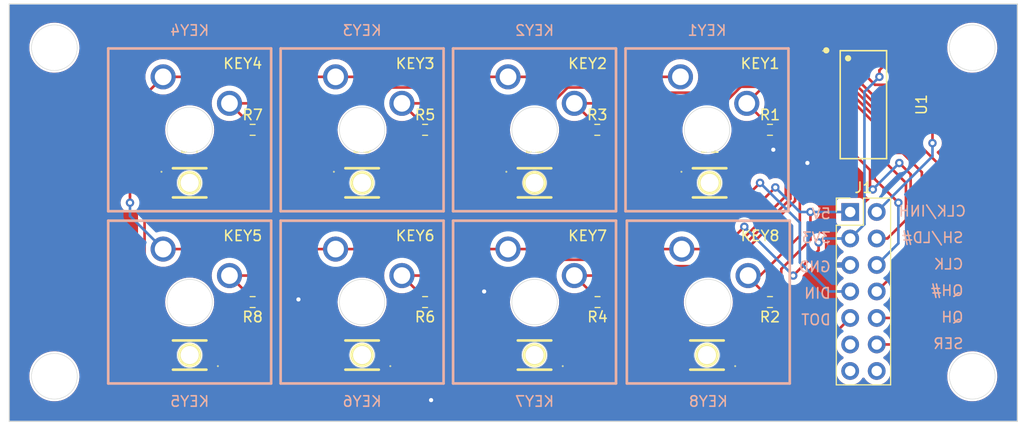
<source format=kicad_pcb>
(kicad_pcb (version 20221018) (generator pcbnew)
  (layers (0 "F.Cu" signal) (31 "B.Cu" signal) (34 "B.Paste" user) (35 "F.Paste" user) (36 "B.SilkS" user "B.Silkscreen") (37 "F.SilkS" user "F.Silkscreen") (38 "B.Mask" user) (39 "F.Mask" user) (44 "Edge.Cuts" user))
  (net 0 "")
  (net 1 "Net-(D1-DOUT)")
  (net 2 "GND")
  (net 3 "Net-(D1-DIN)")
  (net 4 "+5V")
  (net 5 "Net-(D2-DOUT)")
  (net 6 "Net-(D3-DOUT)")
  (net 7 "Net-(D5-DOUT)")
  (net 8 "Net-(J1-Pin_2)")
  (net 9 "+3V3")
  (net 10 "Net-(J1-Pin_4)")
  (net 11 "Net-(J1-Pin_6)")
  (net 12 "Net-(J1-Pin_8)")
  (net 13 "Net-(J1-Pin_10)")
  (net 15 "Net-(J1-Pin_12)")
  (net 18 "Net-(U1-A)")
  (net 19 "Net-(U1-H)")
  (net 20 "Net-(U1-B)")
  (net 21 "Net-(U1-G)")
  (net 22 "Net-(U1-F)")
  (net 23 "Net-(U1-C)")
  (net 24 "Net-(U1-E)")
  (net 25 "Net-(U1-D)")
  (net 26 "Net-(D4-DOUT)")
  (net 27 "Net-(D6-DOUT)")
  (net 28 "Net-(D7-DOUT)")
  (net 29 "Net-(D8-DOUT)")
  (footprint "MountingHole:MountingHole_4.3mm_M4_ISO14580" (layer "F.Cu") (at 201.93 75.692)
    (fp_text reference "REF**" hide)
    (fp_text value "MountingHole_4.3mm_M4_ISO14580" hide)
    (fp_circle (center 0 0) (end 2.1844 0.0508) (stroke (width 0.05)) (fill none) (layer "Edge.Cuts"))
    (pad "" np_thru_hole circle (at 0 0) (size 4.3 4.3) (drill 4.3) (layers "*.Cu" "*.Mask"))
  )
  (footprint "Connector_PinHeader_2.54mm:PinHeader_2x07_P2.54mm_Vertical" (layer "F.Cu") (at 190.241 59.944)
    (fp_text reference "J1" (at 1.27 -2.33) (layer "F.SilkS"))
    (fp_text value "Conn_02x07_Odd_Even" hide)
    (pad "1" thru_hole rect (at 0 0) (size 1.7 1.7) (drill 1) (layers "*.Cu" "*.Mask") (net 4 "+5V"))
    (pad "2" thru_hole oval (at 2.54 0) (size 1.7 1.7) (drill 1) (layers "*.Cu" "*.Mask") (net 8 "Net-(J1-Pin_2)"))
    (pad "3" thru_hole oval (at 0 2.54) (size 1.7 1.7) (drill 1) (layers "*.Cu" "*.Mask") (net 9 "+3V3"))
    (pad "4" thru_hole oval (at 2.54 2.54) (size 1.7 1.7) (drill 1) (layers "*.Cu" "*.Mask") (net 10 "Net-(J1-Pin_4)"))
    (pad "5" thru_hole oval (at 0 5.08) (size 1.7 1.7) (drill 1) (layers "*.Cu" "*.Mask") (net 2 "GND"))
    (pad "6" thru_hole oval (at 2.54 5.08) (size 1.7 1.7) (drill 1) (layers "*.Cu" "*.Mask") (net 11 "Net-(J1-Pin_6)"))
    (pad "7" thru_hole oval (at 0 7.62) (size 1.7 1.7) (drill 1) (layers "*.Cu" "*.Mask") (net 3 "Net-(D1-DIN)"))
    (pad "8" thru_hole oval (at 2.54 7.62) (size 1.7 1.7) (drill 1) (layers "*.Cu" "*.Mask") (net 12 "Net-(J1-Pin_8)"))
    (pad "9" thru_hole oval (at 0 10.16) (size 1.7 1.7) (drill 1) (layers "*.Cu" "*.Mask") (net 29 "Net-(D8-DOUT)"))
    (pad "10" thru_hole oval (at 2.54 10.16) (size 1.7 1.7) (drill 1) (layers "*.Cu" "*.Mask") (net 13 "Net-(J1-Pin_10)"))
    (pad "11" thru_hole oval (at 0 12.7) (size 1.7 1.7) (drill 1) (layers "*.Cu" "*.Mask"))
    (pad "12" thru_hole oval (at 2.54 12.7) (size 1.7 1.7) (drill 1) (layers "*.Cu" "*.Mask") (net 15 "Net-(J1-Pin_12)"))
    (pad "13" thru_hole oval (at 0 15.24) (size 1.7 1.7) (drill 1) (layers "*.Cu" "*.Mask"))
    (pad "14" thru_hole oval (at 2.54 15.24) (size 1.7 1.7) (drill 1) (layers "*.Cu" "*.Mask"))
  )
  (footprint "Resistor_SMD:R_0603_1608Metric" (layer "F.Cu") (at 182.56 68.58 180)
    (fp_text reference "R2" (at 0 -1.43 180) (layer "F.SilkS"))
    (fp_text value "10k")
    (pad "1" smd roundrect (at -0.825 0 180) (size 0.8 0.95) (layers "F.Cu" "F.Paste" "F.Mask") (net 2 "GND"))
    (pad "2" smd roundrect (at 0.825 0 180) (size 0.8 0.95) (layers "F.Cu" "F.Paste" "F.Mask") (net 19 "Net-(U1-H)"))
  )
  (footprint "footprint:LED-SMD_4P-L3.2-W2.8_SK6812MINI-EA" (layer "F.Cu") (at 176.53 73.66 180)
    (fp_text reference "D8" hide)
    (fp_text value "SK6812MINI" hide)
    (fp_circle (center 0 0) (end 0.91969 -0.794277) (stroke (width 0.05)) (fill none) (layer "Edge.Cuts"))
    (pad "1" smd rect (at -2.5 0.750064 270) (size 0.81999 1.2) (layers "F.Cu" "F.Paste" "F.Mask") (net 4 "+5V"))
    (pad "2" smd rect (at -2.5 -0.750064 270) (size 0.81999 1.2) (layers "F.Cu" "F.Paste" "F.Mask") (net 29 "Net-(D8-DOUT)"))
    (pad "3" smd rect (at 2.5 -0.750064 270) (size 0.81999 1.2) (layers "F.Cu" "F.Paste" "F.Mask") (net 2 "GND"))
    (pad "4" smd rect (at 2.5 0.750064 270) (size 0.81999 1.2) (layers "F.Cu" "F.Paste" "F.Mask") (net 28 "Net-(D7-DOUT)"))
  )
  (footprint "Resistor_SMD:R_0603_1608Metric" (layer "F.Cu") (at 166.025 52.07)
    (fp_text reference "R3" (at 0 -1.43) (layer "F.SilkS"))
    (fp_text value "10k")
    (pad "1" smd roundrect (at -0.825 0) (size 0.8 0.95) (layers "F.Cu" "F.Paste" "F.Mask") (net 20 "Net-(U1-B)"))
    (pad "2" smd roundrect (at 0.825 0) (size 0.8 0.95) (layers "F.Cu" "F.Paste" "F.Mask") (net 2 "GND"))
  )
  (footprint "Resistor_SMD:R_0603_1608Metric" (layer "F.Cu") (at 133.03 68.58 180)
    (fp_text reference "R8" (at 0 -1.43 180) (layer "F.SilkS"))
    (fp_text value "10k")
    (pad "1" smd roundrect (at -0.825 0 180) (size 0.8 0.95) (layers "F.Cu" "F.Paste" "F.Mask") (net 2 "GND"))
    (pad "2" smd roundrect (at 0.825 0 180) (size 0.8 0.95) (layers "F.Cu" "F.Paste" "F.Mask") (net 24 "Net-(U1-E)"))
  )
  (footprint "footprint:LED-SMD_4P-L3.2-W2.8_SK6812MINI-EA" (layer "F.Cu") (at 160.02 73.66 180)
    (fp_text reference "D7" hide)
    (fp_text value "SK6812MINI" hide)
    (fp_circle (center 0 0) (end 0.91969 -0.794277) (stroke (width 0.05)) (fill none) (layer "Edge.Cuts"))
    (pad "1" smd rect (at -2.5 0.750064 270) (size 0.81999 1.2) (layers "F.Cu" "F.Paste" "F.Mask") (net 4 "+5V"))
    (pad "2" smd rect (at -2.5 -0.750064 270) (size 0.81999 1.2) (layers "F.Cu" "F.Paste" "F.Mask") (net 28 "Net-(D7-DOUT)"))
    (pad "3" smd rect (at 2.5 -0.750064 270) (size 0.81999 1.2) (layers "F.Cu" "F.Paste" "F.Mask") (net 2 "GND"))
    (pad "4" smd rect (at 2.5 0.750064 270) (size 0.81999 1.2) (layers "F.Cu" "F.Paste" "F.Mask") (net 27 "Net-(D6-DOUT)"))
  )
  (footprint "footprint:LED-SMD_4P-L3.2-W2.8_SK6812MINI-EA" (layer "F.Cu") (at 127 57.15)
    (fp_text reference "D4" (at 0 -3.400076) (layer "F.SilkS"))
    (fp_text value "SK6812MINI" hide)
    (fp_circle (center 0 0) (end 0.91969 -0.794277) (stroke (width 0.05)) (fill none) (layer "Edge.Cuts"))
    (pad "1" smd rect (at -2.5 0.750064 90) (size 0.81999 1.2) (layers "F.Cu" "F.Paste" "F.Mask") (net 4 "+5V"))
    (pad "2" smd rect (at -2.5 -0.750064 90) (size 0.81999 1.2) (layers "F.Cu" "F.Paste" "F.Mask") (net 26 "Net-(D4-DOUT)"))
    (pad "3" smd rect (at 2.5 -0.750064 90) (size 0.81999 1.2) (layers "F.Cu" "F.Paste" "F.Mask") (net 2 "GND"))
    (pad "4" smd rect (at 2.5 0.750064 90) (size 0.81999 1.2) (layers "F.Cu" "F.Paste" "F.Mask") (net 6 "Net-(D3-DOUT)"))
  )
  (footprint "footprint:LED-SMD_4P-L3.2-W2.8_SK6812MINI-EA" (layer "F.Cu") (at 143.51 73.66 180)
    (fp_text reference "D6" hide)
    (fp_text value "SK6812MINI" hide)
    (fp_circle (center 0 0) (end 0.91969 -0.794277) (stroke (width 0.05)) (fill none) (layer "Edge.Cuts"))
    (pad "1" smd rect (at -2.5 0.750064 270) (size 0.81999 1.2) (layers "F.Cu" "F.Paste" "F.Mask") (net 4 "+5V"))
    (pad "2" smd rect (at -2.5 -0.750064 270) (size 0.81999 1.2) (layers "F.Cu" "F.Paste" "F.Mask") (net 27 "Net-(D6-DOUT)"))
    (pad "3" smd rect (at 2.5 -0.750064 270) (size 0.81999 1.2) (layers "F.Cu" "F.Paste" "F.Mask") (net 2 "GND"))
    (pad "4" smd rect (at 2.5 0.750064 270) (size 0.81999 1.2) (layers "F.Cu" "F.Paste" "F.Mask") (net 7 "Net-(D5-DOUT)"))
  )
  (footprint "Resistor_SMD:R_0603_1608Metric" (layer "F.Cu") (at 133.03 52.07)
    (fp_text reference "R7" (at 0 -1.43) (layer "F.SilkS"))
    (fp_text value "10k")
    (pad "1" smd roundrect (at -0.825 0) (size 0.8 0.95) (layers "F.Cu" "F.Paste" "F.Mask") (net 25 "Net-(U1-D)"))
    (pad "2" smd roundrect (at 0.825 0) (size 0.8 0.95) (layers "F.Cu" "F.Paste" "F.Mask") (net 2 "GND"))
  )
  (footprint "Resistor_SMD:R_0603_1608Metric" (layer "F.Cu") (at 149.54 52.07)
    (fp_text reference "R5" (at 0 -1.43) (layer "F.SilkS"))
    (fp_text value "10k")
    (pad "1" smd roundrect (at -0.825 0) (size 0.8 0.95) (layers "F.Cu" "F.Paste" "F.Mask") (net 23 "Net-(U1-C)"))
    (pad "2" smd roundrect (at 0.825 0) (size 0.8 0.95) (layers "F.Cu" "F.Paste" "F.Mask") (net 2 "GND"))
  )
  (footprint "Resistor_SMD:R_0603_1608Metric" (layer "F.Cu") (at 149.54 68.58 180)
    (fp_text reference "R6" (at 0 -1.43 180) (layer "F.SilkS"))
    (fp_text value "10k")
    (pad "1" smd roundrect (at -0.825 0 180) (size 0.8 0.95) (layers "F.Cu" "F.Paste" "F.Mask") (net 2 "GND"))
    (pad "2" smd roundrect (at 0.825 0 180) (size 0.8 0.95) (layers "F.Cu" "F.Paste" "F.Mask") (net 22 "Net-(U1-F)"))
  )
  (footprint "footprint:LED-SMD_4P-L3.2-W2.8_SK6812MINI-EA" (layer "F.Cu") (at 176.784 57.15)
    (fp_text reference "D1" (at 0 -3.400076) (layer "F.SilkS"))
    (fp_text value "SK6812MINI" hide)
    (fp_circle (center 0 0) (end 0.91969 -0.794277) (stroke (width 0.05)) (fill none) (layer "Edge.Cuts"))
    (pad "1" smd rect (at -2.5 0.750064 90) (size 0.81999 1.2) (layers "F.Cu" "F.Paste" "F.Mask") (net 4 "+5V"))
    (pad "2" smd rect (at -2.5 -0.750064 90) (size 0.81999 1.2) (layers "F.Cu" "F.Paste" "F.Mask") (net 1 "Net-(D1-DOUT)"))
    (pad "3" smd rect (at 2.5 -0.750064 90) (size 0.81999 1.2) (layers "F.Cu" "F.Paste" "F.Mask") (net 2 "GND"))
    (pad "4" smd rect (at 2.5 0.750064 90) (size 0.81999 1.2) (layers "F.Cu" "F.Paste" "F.Mask") (net 3 "Net-(D1-DIN)"))
  )
  (footprint "footprint:LED-SMD_4P-L3.2-W2.8_SK6812MINI-EA" (layer "F.Cu") (at 160.02 57.15)
    (fp_text reference "D2" (at 0 -3.400076) (layer "F.SilkS"))
    (fp_text value "SK6812MINI" hide)
    (fp_circle (center 0 0) (end 0.863951 -0.787399) (stroke (width 0.05)) (fill none) (layer "Edge.Cuts"))
    (pad "1" smd rect (at -2.5 0.750064 90) (size 0.81999 1.2) (layers "F.Cu" "F.Paste" "F.Mask") (net 4 "+5V"))
    (pad "2" smd rect (at -2.5 -0.750064 90) (size 0.81999 1.2) (layers "F.Cu" "F.Paste" "F.Mask") (net 5 "Net-(D2-DOUT)"))
    (pad "3" smd rect (at 2.5 -0.750064 90) (size 0.81999 1.2) (layers "F.Cu" "F.Paste" "F.Mask") (net 2 "GND"))
    (pad "4" smd rect (at 2.5 0.750064 90) (size 0.81999 1.2) (layers "F.Cu" "F.Paste" "F.Mask") (net 1 "Net-(D1-DOUT)"))
  )
  (footprint "Resistor_SMD:R_0603_1608Metric" (layer "F.Cu") (at 182.56 52.07)
    (fp_text reference "R1" (at 0 -1.43) (layer "F.SilkS"))
    (fp_text value "10k")
    (pad "1" smd roundrect (at -0.825 0) (size 0.8 0.95) (layers "F.Cu" "F.Paste" "F.Mask") (net 18 "Net-(U1-A)"))
    (pad "2" smd roundrect (at 0.825 0) (size 0.8 0.95) (layers "F.Cu" "F.Paste" "F.Mask") (net 2 "GND"))
  )
  (footprint "MountingHole:MountingHole_4.3mm_M4_ISO14580" (layer "F.Cu") (at 114.046 44.196)
    (fp_text reference "REF**" hide)
    (fp_text value "MountingHole_4.3mm_M4_ISO14580" hide)
    (fp_circle (center 0 0) (end 2.1844 0.0508) (stroke (width 0.05)) (fill none) (layer "Edge.Cuts"))
    (pad "" np_thru_hole circle (at 0 0) (size 4.3 4.3) (drill 4.3) (layers "*.Cu" "*.Mask"))
  )
  (footprint "MountingHole:MountingHole_4.3mm_M4_ISO14580" (layer "F.Cu") (at 114.046 75.692)
    (fp_text reference "REF**" hide)
    (fp_text value "MountingHole_4.3mm_M4_ISO14580" hide)
    (fp_circle (center 0 0) (end 2.1844 0.0508) (stroke (width 0.05)) (fill none) (layer "Edge.Cuts"))
    (pad "" np_thru_hole circle (at 0 0) (size 4.3 4.3) (drill 4.3) (layers "*.Cu" "*.Mask"))
  )
  (footprint "Resistor_SMD:R_0603_1608Metric" (layer "F.Cu") (at 166.05 68.58 180)
    (fp_text reference "R4" (at 0 -1.43 180) (layer "F.SilkS"))
    (fp_text value "10k")
    (pad "1" smd roundrect (at -0.825 0 180) (size 0.8 0.95) (layers "F.Cu" "F.Paste" "F.Mask") (net 2 "GND"))
    (pad "2" smd roundrect (at 0.825 0 180) (size 0.8 0.95) (layers "F.Cu" "F.Paste" "F.Mask") (net 21 "Net-(U1-G)"))
  )
  (footprint "footprint:LED-SMD_4P-L3.2-W2.8_SK6812MINI-EA" (layer "F.Cu") (at 127 73.66 180)
    (fp_text reference "D5" hide)
    (fp_text value "SK6812MINI" hide)
    (fp_circle (center 0 0) (end 0.91969 -0.794277) (stroke (width 0.05)) (fill none) (layer "Edge.Cuts"))
    (pad "1" smd rect (at -2.5 0.750064 270) (size 0.81999 1.2) (layers "F.Cu" "F.Paste" "F.Mask") (net 4 "+5V"))
    (pad "2" smd rect (at -2.5 -0.750064 270) (size 0.81999 1.2) (layers "F.Cu" "F.Paste" "F.Mask") (net 7 "Net-(D5-DOUT)"))
    (pad "3" smd rect (at 2.5 -0.750064 270) (size 0.81999 1.2) (layers "F.Cu" "F.Paste" "F.Mask") (net 2 "GND"))
    (pad "4" smd rect (at 2.5 0.750064 270) (size 0.81999 1.2) (layers "F.Cu" "F.Paste" "F.Mask") (net 26 "Net-(D4-DOUT)"))
  )
  (footprint "footprint:SOP-16_L10.3-W5.4-P1.27-LS7.8-BL" (layer "F.Cu") (at 191.506595 49.657009 -90)
    (fp_text reference "U1" (at 0 -5.565405 90) (layer "F.SilkS"))
    (fp_text value "SN74HC165NSR")
    (pad "1" smd oval (at -4.445009 3.565405 270) (size 0.602007 2.231013) (layers "F.Cu" "F.Paste" "F.Mask") (net 10 "Net-(J1-Pin_4)"))
    (pad "2" smd oval (at -3.175006 3.565405 270) (size 0.602007 2.231013) (layers "F.Cu" "F.Paste" "F.Mask") (net 11 "Net-(J1-Pin_6)"))
    (pad "3" smd oval (at -1.905004 3.565405 270) (size 0.602007 2.231013) (layers "F.Cu" "F.Paste" "F.Mask") (net 24 "Net-(U1-E)"))
    (pad "4" smd oval (at -0.635001 3.565405 270) (size 0.602007 2.231013) (layers "F.Cu" "F.Paste" "F.Mask") (net 22 "Net-(U1-F)"))
    (pad "5" smd oval (at 0.635001 3.565405 270) (size 0.602007 2.231013) (layers "F.Cu" "F.Paste" "F.Mask") (net 21 "Net-(U1-G)"))
    (pad "6" smd oval (at 1.905004 3.565405 270) (size 0.602007 2.231013) (layers "F.Cu" "F.Paste" "F.Mask") (net 19 "Net-(U1-H)"))
    (pad "7" smd oval (at 3.175006 3.565405 270) (size 0.602007 2.231013) (layers "F.Cu" "F.Paste" "F.Mask") (net 12 "Net-(J1-Pin_8)"))
    (pad "8" smd oval (at 4.445009 3.565405 270) (size 0.602007 2.231013) (layers "F.Cu" "F.Paste" "F.Mask") (net 2 "GND"))
    (pad "9" smd oval (at 4.445009 -3.565405 270) (size 0.602007 2.231013) (layers "F.Cu" "F.Paste" "F.Mask") (net 13 "Net-(J1-Pin_10)"))
    (pad "10" smd oval (at 3.175006 -3.565405 270) (size 0.602007 2.231013) (layers "F.Cu" "F.Paste" "F.Mask") (net 15 "Net-(J1-Pin_12)"))
    (pad "11" smd oval (at 1.905004 -3.565405 270) (size 0.602007 2.231013) (layers "F.Cu" "F.Paste" "F.Mask") (net 18 "Net-(U1-A)"))
    (pad "12" smd oval (at 0.635001 -3.565405 270) (size 0.602007 2.231013) (layers "F.Cu" "F.Paste" "F.Mask") (net 20 "Net-(U1-B)"))
    (pad "13" smd oval (at -0.635001 -3.565405 270) (size 0.602007 2.231013) (layers "F.Cu" "F.Paste" "F.Mask") (net 23 "Net-(U1-C)"))
    (pad "14" smd oval (at -1.905004 -3.565405 270) (size 0.602007 2.231013) (layers "F.Cu" "F.Paste" "F.Mask") (net 25 "Net-(U1-D)"))
    (pad "15" smd oval (at -3.175006 -3.565405 270) (size 0.602007 2.231013) (layers "F.Cu" "F.Paste" "F.Mask") (net 8 "Net-(J1-Pin_2)"))
    (pad "16" smd oval (at -4.445009 -3.565405 270) (size 0.602007 2.231013) (layers "F.Cu" "F.Paste" "F.Mask") (net 9 "+3V3"))
  )
  (footprint "footprint:LED-SMD_4P-L3.2-W2.8_SK6812MINI-EA" (layer "F.Cu") (at 143.51 57.15)
    (fp_text reference "D3" (at 0 -3.400076) (layer "F.SilkS"))
    (fp_text value "SK6812MINI" hide)
    (fp_circle (center 0 0) (end 0.91969 -0.794277) (stroke (width 0.05)) (fill none) (layer "Edge.Cuts"))
    (pad "1" smd rect (at -2.5 0.750064 90) (size 0.81999 1.2) (layers "F.Cu" "F.Paste" "F.Mask") (net 4 "+5V"))
    (pad "2" smd rect (at -2.5 -0.750064 90) (size 0.81999 1.2) (layers "F.Cu" "F.Paste" "F.Mask") (net 6 "Net-(D3-DOUT)"))
    (pad "3" smd rect (at 2.5 -0.750064 90) (size 0.81999 1.2) (layers "F.Cu" "F.Paste" "F.Mask") (net 2 "GND"))
    (pad "4" smd rect (at 2.5 0.750064 90) (size 0.81999 1.2) (layers "F.Cu" "F.Paste" "F.Mask") (net 5 "Net-(D2-DOUT)"))
  )
  (footprint "MountingHole:MountingHole_4.3mm_M4_ISO14580" (layer "F.Cu") (at 201.93 44.196)
    (fp_text reference "REF**" hide)
    (fp_text value "MountingHole_4.3mm_M4_ISO14580" hide)
    (fp_circle (center 0 0) (end 2.1844 0.0508) (stroke (width 0.05)) (fill none) (layer "Edge.Cuts"))
    (pad "" np_thru_hole circle (at 0 0) (size 4.3 4.3) (drill 4.3) (layers "*.Cu" "*.Mask"))
  )
  (footprint "footprint:KEY-TH_CPG151101D21X" (layer "B.Cu") (at 177.165001 48.259992 180)
    (fp_text reference "KEY1" (at 0.635001 5.714992) (layer "B.SilkS") (effects (justify mirror)))
    (fp_text value "CPG151101D212" hide)
    (fp_circle (center 0.632165 -3.81) (end 2.0828 -2.1844) (stroke (width 0.05)) (fill none) (layer "Edge.Cuts"))
    (pad "" np_thru_hole circle (at 0.635001 -3.810008 180) (size 4.2 4.2) (drill 4.2) (layers "*.Cu" "*.Mask"))
    (pad "1" thru_hole circle (at -3.175006 -1.270003 180) (size 2.4 2.4) (drill 1.6) (layers "*.Cu" "*.Mask") (net 18 "Net-(U1-A)"))
    (pad "2" thru_hole circle (at 3.175006 1.270003 180) (size 2.4 2.4) (drill 1.6) (layers "*.Cu" "*.Mask") (net 9 "+3V3"))
  )
  (footprint "footprint:KEY-TH_CPG151101D21X" (layer "B.Cu") (at 177.292 64.77 180)
    (fp_text reference "KEY8" (at 0.634994 -13.335003) (layer "B.SilkS") (effects (justify mirror)))
    (fp_text value "CPG151101D212" hide)
    (fp_circle (center 0.632165 -3.81) (end 2.0828 -2.1844) (stroke (width 0.05)) (fill none) (layer "Edge.Cuts"))
    (pad "" np_thru_hole circle (at 0.635001 -3.810008 180) (size 4.2 4.2) (drill 4.2) (layers "*.Cu" "*.Mask"))
    (pad "1" thru_hole circle (at -3.175006 -1.270003 180) (size 2.4 2.4) (drill 1.6) (layers "*.Cu" "*.Mask") (net 19 "Net-(U1-H)"))
    (pad "2" thru_hole circle (at 3.175006 1.270003 180) (size 2.4 2.4) (drill 1.6) (layers "*.Cu" "*.Mask") (net 9 "+3V3"))
  )
  (footprint "footprint:KEY-TH_CPG151101D21X" (layer "B.Cu") (at 144.145001 48.259992 180)
    (fp_text reference "KEY3" (at 0.635001 5.714992) (layer "B.SilkS") (effects (justify mirror)))
    (fp_text value "CPG151101D212" hide)
    (fp_circle (center 0.632165 -3.81) (end 2.0828 -2.1844) (stroke (width 0.05)) (fill none) (layer "Edge.Cuts"))
    (pad "" np_thru_hole circle (at 0.635001 -3.810008 180) (size 4.2 4.2) (drill 4.2) (layers "*.Cu" "*.Mask"))
    (pad "1" thru_hole circle (at -3.175006 -1.270003 180) (size 2.4 2.4) (drill 1.6) (layers "*.Cu" "*.Mask") (net 23 "Net-(U1-C)"))
    (pad "2" thru_hole circle (at 3.175006 1.270003 180) (size 2.4 2.4) (drill 1.6) (layers "*.Cu" "*.Mask") (net 9 "+3V3"))
  )
  (footprint "footprint:KEY-TH_CPG151101D21X" (layer "B.Cu") (at 160.654994 64.769997 180)
    (fp_text reference "KEY7" (at 0.634994 -13.335003) (layer "B.SilkS") (effects (justify mirror)))
    (fp_text value "CPG151101D212" hide)
    (fp_circle (center 0.632165 -3.81) (end 2.0828 -2.1844) (stroke (width 0.05)) (fill none) (layer "Edge.Cuts"))
    (pad "" np_thru_hole circle (at 0.635001 -3.810008 180) (size 4.2 4.2) (drill 4.2) (layers "*.Cu" "*.Mask"))
    (pad "1" thru_hole circle (at -3.175006 -1.270003 180) (size 2.4 2.4) (drill 1.6) (layers "*.Cu" "*.Mask") (net 21 "Net-(U1-G)"))
    (pad "2" thru_hole circle (at 3.175006 1.270003 180) (size 2.4 2.4) (drill 1.6) (layers "*.Cu" "*.Mask") (net 9 "+3V3"))
  )
  (footprint "footprint:KEY-TH_CPG151101D21X" (layer "B.Cu") (at 127.634994 64.769997 180)
    (fp_text reference "KEY5" (at 0.634994 -13.335003) (layer "B.SilkS") (effects (justify mirror)))
    (fp_text value "CPG151101D212" hide)
    (fp_circle (center 0.632165 -3.81) (end 2.0828 -2.1844) (stroke (width 0.05)) (fill none) (layer "Edge.Cuts"))
    (pad "" np_thru_hole circle (at 0.635001 -3.810008 180) (size 4.2 4.2) (drill 4.2) (layers "*.Cu" "*.Mask"))
    (pad "1" thru_hole circle (at -3.175006 -1.270003 180) (size 2.4 2.4) (drill 1.6) (layers "*.Cu" "*.Mask") (net 24 "Net-(U1-E)"))
    (pad "2" thru_hole circle (at 3.175006 1.270003 180) (size 2.4 2.4) (drill 1.6) (layers "*.Cu" "*.Mask") (net 9 "+3V3"))
  )
  (footprint "footprint:KEY-TH_CPG151101D21X" (layer "B.Cu") (at 127.634994 48.259997 180)
    (fp_text reference "KEY4" (at 0.635001 5.714997) (layer "B.SilkS") (effects (justify mirror)))
    (fp_text value "CPG151101D212" hide)
    (fp_circle (center 0.632165 -3.81) (end 2.0828 -2.1844) (stroke (width 0.05)) (fill none) (layer "Edge.Cuts"))
    (pad "" np_thru_hole circle (at 0.635001 -3.810008 180) (size 4.2 4.2) (drill 4.2) (layers "*.Cu" "*.Mask"))
    (pad "1" thru_hole circle (at -3.175006 -1.270003 180) (size 2.4 2.4) (drill 1.6) (layers "*.Cu" "*.Mask") (net 25 "Net-(U1-D)"))
    (pad "2" thru_hole circle (at 3.175006 1.270003 180) (size 2.4 2.4) (drill 1.6) (layers "*.Cu" "*.Mask") (net 9 "+3V3"))
  )
  (footprint "footprint:KEY-TH_CPG151101D21X" (layer "B.Cu") (at 160.655002 48.259993 180)
    (fp_text reference "KEY2" (at 0.635001 5.714993) (layer "B.SilkS") (effects (justify mirror)))
    (fp_text value "CPG151101D212" hide)
    (fp_circle (center 0.632165 -3.81) (end 2.0828 -2.1844) (stroke (width 0.05)) (fill none) (layer "Edge.Cuts"))
    (pad "" np_thru_hole circle (at 0.635001 -3.810008 180) (size 4.2 4.2) (drill 4.2) (layers "*.Cu" "*.Mask"))
    (pad "1" thru_hole circle (at -3.175006 -1.270003 180) (size 2.4 2.4) (drill 1.6) (layers "*.Cu" "*.Mask") (net 20 "Net-(U1-B)"))
    (pad "2" thru_hole circle (at 3.175006 1.270003 180) (size 2.4 2.4) (drill 1.6) (layers "*.Cu" "*.Mask") (net 9 "+3V3"))
  )
  (footprint "footprint:KEY-TH_CPG151101D21X" (layer "B.Cu") (at 144.144994 64.769997 180)
    (fp_text reference "KEY6" (at 0.635001 -13.335003) (layer "B.SilkS") (effects (justify mirror)))
    (fp_text value "CPG151101D212" hide)
    (fp_circle (center 0.632165 -3.81) (end 2.0828 -2.1844) (stroke (width 0.05)) (fill none) (layer "Edge.Cuts"))
    (pad "" np_thru_hole circle (at 0.635001 -3.810008 180) (size 4.2 4.2) (drill 4.2) (layers "*.Cu" "*.Mask"))
    (pad "1" thru_hole circle (at -3.175006 -1.270003 180) (size 2.4 2.4) (drill 1.6) (layers "*.Cu" "*.Mask") (net 22 "Net-(U1-F)"))
    (pad "2" thru_hole circle (at 3.175006 1.270003 180) (size 2.4 2.4) (drill 1.6) (layers "*.Cu" "*.Mask") (net 9 "+3V3"))
  )
  (gr_line (start 206.248 80.01) (end 109.728 80.01) (stroke (width 0.1)) (layer "Edge.Cuts"))
  (gr_line (start 109.728 40.005) (end 109.728 80.01) (stroke (width 0.1)) (layer "Edge.Cuts"))
  (gr_line (start 109.728 40.005) (end 206.248 40.005) (stroke (width 0.1)) (layer "Edge.Cuts"))
  (gr_line (start 206.248 40.005) (end 206.248 80.01) (stroke (width 0.1)) (layer "Edge.Cuts"))
  (gr_text "QH#" (at 201.168 68.072) (layer "B.SilkS") (effects (font (size 1 1)) (justify left bottom mirror)))
  (gr_text "GND" (at 188.468 65.786) (layer "B.SilkS") (effects (font (size 1 1)) (justify left bottom mirror)))
  (gr_text "SH/LD#" (at 201.168 62.992) (layer "B.SilkS") (effects (font (size 1 1)) (justify left bottom mirror)))
  (gr_text "SER" (at 201.168 73.152) (layer "B.SilkS") (effects (font (size 1 1)) (justify left bottom mirror)))
  (gr_text "CLK/INH" (at 201.422 60.452) (layer "B.SilkS") (effects (font (size 1 1)) (justify left bottom mirror)))
  (gr_text "DIN" (at 188.468 68.326) (layer "B.SilkS") (effects (font (size 1 1)) (justify left bottom mirror)))
  (gr_text "DOT" (at 188.468 70.866) (layer "B.SilkS") (effects (font (size 1 1)) (justify left bottom mirror)))
  (gr_text "3V3" (at 188.468 62.992) (layer "B.SilkS") (effects (font (size 1 1)) (justify left bottom mirror)))
  (gr_text "QH" (at 201.168 70.612) (layer "B.SilkS") (effects (font (size 1 1)) (justify left bottom mirror)))
  (gr_text "CLK" (at 201.168 65.532) (layer "B.SilkS") (effects (font (size 1 1)) (justify left bottom mirror)))
  (gr_text "5V" (at 188.468 60.706) (layer "B.SilkS") (effects (font (size 1 1)) (justify left bottom mirror)))
  (gr_text "KEY1" (at 181.610006 45.72) (layer "F.SilkS") (effects (font (size 1 1))))
  (gr_text "KEY4" (at 132.079999 45.72) (layer "F.SilkS") (effects (font (size 1 1))))
  (gr_text "KEY5" (at 132.08 62.23) (layer "F.SilkS") (effects (font (size 1 1))))
  (gr_text "KEY3" (at 148.590006 45.72) (layer "F.SilkS") (effects (font (size 1 1))))
  (gr_text "KEY8" (at 181.61 62.23) (layer "F.SilkS") (effects (font (size 1 1))))
  (gr_text "KEY2" (at 165.100007 45.72) (layer "F.SilkS") (effects (font (size 1 1))))
  (gr_text "KEY7" (at 165.1 62.23) (layer "F.SilkS") (effects (font (size 1 1))))
  (gr_text "KEY6" (at 148.589993 62.23) (layer "F.SilkS") (effects (font (size 1 1))))
  (segment (start 168.413936 57.900064) (end 162.52 57.900064) (width 0.25) (layer "F.Cu") (net 1))
  (segment (start 169.914064 56.399936) (end 168.413936 57.900064) (width 0.25) (layer "F.Cu") (net 1))
  (segment (start 174.284 56.399936) (end 169.914064 56.399936) (width 0.25) (layer "F.Cu") (net 1))
  (segment (start 186.798208 55.245) (end 187.94119 54.102018) (width 0.25) (layer "F.Cu") (net 2))
  (segment (start 187.94119 54.102018) (end 187.94119 64.75119) (width 0.25) (layer "F.Cu") (net 2))
  (segment (start 188.214 65.024) (end 190.241 65.024) (width 0.25) (layer "F.Cu") (net 2))
  (segment (start 186.1445 55.245) (end 186.798208 55.245) (width 0.25) (layer "F.Cu") (net 2))
  (segment (start 187.94119 64.75119) (end 188.214 65.024) (width 0.25) (layer "F.Cu") (net 2))
  (via (at 186.1445 55.245) (size 0.8) (drill 0.4) (layers "F.Cu" "B.Cu") (net 2))
  (via (at 182.88 53.975) (size 0.8) (drill 0.4) (layers "F.Cu" "B.Cu") (net 2))
  (via (at 150.114 77.978) (size 0.8) (drill 0.4) (layers "F.Cu" "B.Cu") (net 2))
  (via (at 155.194 67.564) (size 0.8) (drill 0.4) (layers "F.Cu" "B.Cu") (net 2))
  (via (at 137.414 68.326) (size 0.8) (drill 0.4) (layers "F.Cu" "B.Cu") (net 2))
  (segment (start 182.88 53.975) (end 184.15 55.245) (width 0.25) (layer "B.Cu") (net 2))
  (segment (start 184.15 55.245) (end 186.1445 55.245) (width 0.25) (layer "B.Cu") (net 2))
  (segment (start 180.859936 57.900064) (end 179.284 57.900064) (width 0.25) (layer "F.Cu") (net 3))
  (segment (start 181.61 57.15) (end 180.859936 57.900064) (width 0.25) (layer "F.Cu") (net 3))
  (via (at 181.61 57.15) (size 0.8) (drill 0.4) (layers "F.Cu" "B.Cu") (net 3))
  (segment (start 181.61 57.15) (end 185.42 60.96) (width 0.25) (layer "B.Cu") (net 3))
  (segment (start 185.42 64.77) (end 188.214 67.564) (width 0.25) (layer "B.Cu") (net 3))
  (segment (start 185.42 60.96) (end 185.42 64.77) (width 0.25) (layer "B.Cu") (net 3))
  (segment (start 188.214 67.564) (end 190.241 67.564) (width 0.25) (layer "B.Cu") (net 3))
  (segment (start 181.737 58.928) (end 183.074799 57.590201) (width 0.25) (layer "F.Cu") (net 4))
  (segment (start 162.52 72.909936) (end 164.326064 72.909936) (width 0.25) (layer "F.Cu") (net 4))
  (segment (start 146.01 72.909936) (end 147.562064 72.909936) (width 0.25) (layer "F.Cu") (net 4))
  (segment (start 141.01 57.900064) (end 141.01 58.888) (width 0.25) (layer "F.Cu") (net 4))
  (segment (start 164.326064 72.909936) (end 164.846 72.39) (width 0.25) (layer "F.Cu") (net 4))
  (segment (start 179.03 72.909936) (end 181.852064 72.909936) (width 0.25) (layer "F.Cu") (net 4))
  (segment (start 185.928 68.834) (end 183.642 66.548) (width 0.25) (layer "F.Cu") (net 4))
  (segment (start 157.52 57.900064) (end 157.52 58.714) (width 0.25) (layer "F.Cu") (net 4))
  (segment (start 164.846 71.882) (end 148.59 71.882) (width 0.25) (layer "F.Cu") (net 4))
  (segment (start 186.436 62.620385) (end 186.436 59.944) (width 0.25) (layer "F.Cu") (net 4))
  (segment (start 183.642 65.414385) (end 186.436 62.620385) (width 0.25) (layer "F.Cu") (net 4))
  (segment (start 178.002064 71.882) (end 164.846 71.882) (width 0.25) (layer "F.Cu") (net 4))
  (segment (start 157.734 58.928) (end 173.256064 58.928) (width 0.25) (layer "F.Cu") (net 4))
  (segment (start 164.846 72.39) (end 164.846 71.882) (width 0.25) (layer "F.Cu") (net 4))
  (segment (start 130.584064 71.882) (end 130.556 71.853936) (width 0.25) (layer "F.Cu") (net 4))
  (segment (start 124.714 58.928) (end 140.97 58.928) (width 0.25) (layer "F.Cu") (net 4))
  (segment (start 157.52 58.714) (end 157.734 58.928) (width 0.25) (layer "F.Cu") (net 4))
  (segment (start 141.01 58.888) (end 140.97 58.928) (width 0.25) (layer "F.Cu") (net 4))
  (segment (start 183.642 66.548) (end 183.642 65.414385) (width 0.25) (layer "F.Cu") (net 4))
  (segment (start 181.852064 72.909936) (end 185.928 68.834) (width 0.25) (layer "F.Cu") (net 4))
  (segment (start 173.256064 58.928) (end 174.284 57.900064) (width 0.25) (layer "F.Cu") (net 4))
  (segment (start 148.59 71.882) (end 130.584064 71.882) (width 0.25) (layer "F.Cu") (net 4))
  (segment (start 179.03 72.909936) (end 178.002064 71.882) (width 0.25) (layer "F.Cu") (net 4))
  (segment (start 173.256064 58.928) (end 181.737 58.928) (width 0.25) (layer "F.Cu") (net 4))
  (segment (start 140.97 58.928) (end 157.734 58.928) (width 0.25) (layer "F.Cu") (net 4))
  (segment (start 147.562064 72.909936) (end 148.59 71.882) (width 0.25) (layer "F.Cu") (net 4))
  (segment (start 124.5 57.900064) (end 124.5 58.714) (width 0.25) (layer "F.Cu") (net 4))
  (segment (start 130.556 71.853936) (end 129.5 72.909936) (width 0.25) (layer "F.Cu") (net 4))
  (segment (start 124.5 58.714) (end 124.714 58.928) (width 0.25) (layer "F.Cu") (net 4))
  (via (at 186.436 59.944) (size 0.8) (drill 0.4) (layers "F.Cu" "B.Cu") (net 4))
  (via (at 183.074799 57.590201) (size 0.8) (drill 0.4) (layers "F.Cu" "B.Cu") (net 4))
  (segment (start 183.074799 57.590201) (end 185.428598 59.944) (width 0.25) (layer "B.Cu") (net 4))
  (segment (start 185.428598 59.944) (end 186.436 59.944) (width 0.25) (layer "B.Cu") (net 4))
  (segment (start 186.436 59.944) (end 190.241 59.944) (width 0.25) (layer "B.Cu") (net 4))
  (segment (start 157.52 56.399936) (end 153.150064 56.399936) (width 0.25) (layer "F.Cu") (net 5))
  (segment (start 153.150064 56.399936) (end 151.638 57.912) (width 0.25) (layer "F.Cu") (net 5))
  (segment (start 151.638 57.912) (end 151.626064 57.900064) (width 0.25) (layer "F.Cu") (net 5))
  (segment (start 151.626064 57.900064) (end 146.01 57.900064) (width 0.25) (layer "F.Cu") (net 5))
  (segment (start 137.148064 56.399936) (end 135.647936 57.900064) (width 0.25) (layer "F.Cu") (net 6))
  (segment (start 141.01 56.399936) (end 137.148064 56.399936) (width 0.25) (layer "F.Cu") (net 6))
  (segment (start 135.647936 57.900064) (end 129.5 57.900064) (width 0.25) (layer "F.Cu") (net 6))
  (segment (start 135.901936 72.909936) (end 141.01 72.909936) (width 0.25) (layer "F.Cu") (net 7))
  (segment (start 129.5 74.410064) (end 134.377936 74.410064) (width 0.25) (layer "F.Cu") (net 7))
  (segment (start 134.377936 74.410064) (end 135.89 72.898) (width 0.25) (layer "F.Cu") (net 7))
  (segment (start 135.89 72.898) (end 135.901936 72.909936) (width 0.25) (layer "F.Cu") (net 7))
  (segment (start 198.12 48.418355) (end 198.12 53.34) (width 0.25) (layer "F.Cu") (net 8))
  (segment (start 196.183648 46.482003) (end 198.12 48.418355) (width 0.25) (layer "F.Cu") (net 8))
  (segment (start 195.072 46.482003) (end 196.183648 46.482003) (width 0.25) (layer "F.Cu") (net 8))
  (via (at 198.12 53.34) (size 0.8) (drill 0.4) (layers "F.Cu" "B.Cu") (net 8))
  (segment (start 198.12 54.605) (end 192.781 59.944) (width 0.25) (layer "B.Cu") (net 8))
  (segment (start 198.12 53.34) (end 198.12 54.605) (width 0.25) (layer "B.Cu") (net 8))
  (segment (start 177.965408 63.499994) (end 180.105201 61.360201) (width 0.25) (layer "F.Cu") (net 9))
  (segment (start 157.479988 63.499994) (end 140.969988 63.499994) (width 0.25) (layer "F.Cu") (net 9))
  (segment (start 121.285 58.42) (end 121.285 59.055) (width 0.25) (layer "F.Cu") (net 9))
  (segment (start 124.459988 46.989994) (end 121.285 50.164982) (width 0.25) (layer "F.Cu") (net 9))
  (segment (start 173.989988 63.499994) (end 157.479988 63.499994) (width 0.25) (layer "F.Cu") (net 9))
  (segment (start 184.785 66.04) (end 187.21669 63.60831) (width 0.25) (layer "F.Cu") (net 9))
  (segment (start 195.072 45.212) (end 194.183 45.212) (width 0.25) (layer "F.Cu") (net 9))
  (segment (start 173.989988 63.499994) (end 177.965408 63.499994) (width 0.25) (layer "F.Cu") (net 9))
  (segment (start 124.459993 46.989989) (end 124.459988 46.989994) (width 0.25) (layer "F.Cu") (net 9))
  (segment (start 121.285 50.164982) (end 121.285 58.42) (width 0.25) (layer "F.Cu") (net 9))
  (segment (start 194.183 45.212) (end 193.04 46.355) (width 0.25) (layer "F.Cu") (net 9))
  (segment (start 187.21669 63.60831) (end 187.21669 62.865) (width 0.25) (layer "F.Cu") (net 9))
  (segment (start 173.989995 46.989989) (end 157.479996 46.98999) (width 0.25) (layer "F.Cu") (net 9))
  (segment (start 157.479996 46.98999) (end 140.969995 46.989989) (width 0.25) (layer "F.Cu") (net 9))
  (segment (start 140.969995 46.989989) (end 124.459993 46.989989) (width 0.25) (layer "F.Cu") (net 9))
  (segment (start 193.04 46.355) (end 193.04 46.99) (width 0.25) (layer "F.Cu") (net 9))
  (segment (start 140.969988 63.499994) (end 124.459988 63.499994) (width 0.25) (layer "F.Cu") (net 9))
  (via (at 187.21669 62.865) (size 0.8) (drill 0.4) (layers "F.Cu" "B.Cu") (net 9))
  (via (at 184.785 66.04) (size 0.8) (drill 0.4) (layers "F.Cu" "B.Cu") (net 9))
  (via (at 121.285 59.055) (size 0.8) (drill 0.4) (layers "F.Cu" "B.Cu") (net 9))
  (via (at 193.04 46.99) (size 0.8) (drill 0.4) (layers "F.Cu" "B.Cu") (net 9))
  (via (at 180.105201 61.360201) (size 0.8) (drill 0.4) (layers "F.Cu" "B.Cu") (net 9))
  (segment (start 121.285 59.055) (end 121.285 60.325006) (width 0.25) (layer "B.Cu") (net 9))
  (segment (start 187.59769 62.484) (end 190.241 62.484) (width 0.25) (layer "B.Cu") (net 9))
  (segment (start 187.21669 62.865) (end 187.59769 62.484) (width 0.25) (layer "B.Cu") (net 9))
  (segment (start 121.285 60.325006) (end 124.459988 63.499994) (width 0.25) (layer "B.Cu") (net 9))
  (segment (start 191.606 48.424) (end 191.606 61.119) (width 0.25) (layer "B.Cu") (net 9))
  (segment (start 180.105201 61.360201) (end 184.785 66.04) (width 0.25) (layer "B.Cu") (net 9))
  (segment (start 191.606 61.119) (end 190.241 62.484) (width 0.25) (layer "B.Cu") (net 9))
  (segment (start 193.04 46.99) (end 191.606 48.424) (width 0.25) (layer "B.Cu") (net 9))
  (segment (start 189.052838 45.212) (end 190.05 46.209162) (width 0.25) (layer "F.Cu") (net 10))
  (segment (start 190.05 46.209162) (end 190.05 48.288057) (width 0.25) (layer "F.Cu") (net 10))
  (segment (start 193.04 51.278057) (end 193.04 54.61) (width 0.25) (layer "F.Cu") (net 10))
  (segment (start 187.94119 45.212) (end 189.052838 45.212) (width 0.25) (layer "F.Cu") (net 10))
  (segment (start 195.58 60.706) (end 193.802 62.484) (width 0.25) (layer "F.Cu") (net 10))
  (segment (start 193.04 54.61) (end 195.58 57.15) (width 0.25) (layer "F.Cu") (net 10))
  (segment (start 193.802 62.484) (end 192.781 62.484) (width 0.25) (layer "F.Cu") (net 10))
  (segment (start 195.58 57.15) (end 195.58 60.706) (width 0.25) (layer "F.Cu") (net 10))
  (segment (start 190.05 48.288057) (end 193.04 51.278057) (width 0.25) (layer "F.Cu") (net 10))
  (segment (start 192.59 56.7895) (end 194.8555 59.055) (width 0.25) (layer "F.Cu") (net 11))
  (segment (start 189.6 47.029165) (end 189.6 48.474453) (width 0.25) (layer "F.Cu") (net 11))
  (segment (start 192.59 51.464453) (end 192.59 56.7895) (width 0.25) (layer "F.Cu") (net 11))
  (segment (start 189.052838 46.482003) (end 189.6 47.029165) (width 0.25) (layer "F.Cu") (net 11))
  (segment (start 189.6 48.474453) (end 192.59 51.464453) (width 0.25) (layer "F.Cu") (net 11))
  (segment (start 187.94119 46.482003) (end 189.052838 46.482003) (width 0.25) (layer "F.Cu") (net 11))
  (via (at 194.8555 59.055) (size 0.8) (drill 0.4) (layers "F.Cu" "B.Cu") (net 11))
  (segment (start 194.8555 62.9495) (end 192.781 65.024) (width 0.25) (layer "B.Cu") (net 11))
  (segment (start 194.8555 59.055) (end 194.8555 62.9495) (width 0.25) (layer "B.Cu") (net 11))
  (segment (start 192.14 55.919177) (end 192.14 57.52) (width 0.25) (layer "F.Cu") (net 12))
  (segment (start 189.052838 52.832015) (end 192.14 55.919177) (width 0.25) (layer "F.Cu") (net 12))
  (segment (start 196.03 64.315) (end 192.781 67.564) (width 0.25) (layer "F.Cu") (net 12))
  (segment (start 187.94119 52.832015) (end 189.052838 52.832015) (width 0.25) (layer "F.Cu") (net 12))
  (segment (start 196.03 56.33) (end 196.03 64.315) (width 0.25) (layer "F.Cu") (net 12))
  (segment (start 194.945 55.245) (end 196.03 56.33) (width 0.25) (layer "F.Cu") (net 12))
  (segment (start 192.14 57.52) (end 192.405 57.785) (width 0.25) (layer "F.Cu") (net 12))
  (via (at 194.945 55.245) (size 0.8) (drill 0.4) (layers "F.Cu" "B.Cu") (net 12))
  (via (at 192.405 57.785) (size 0.8) (drill 0.4) (layers "F.Cu" "B.Cu") (net 12))
  (segment (start 192.405 57.785) (end 194.945 55.245) (width 0.25) (layer "B.Cu") (net 12))
  (segment (start 197.104 56.134018) (end 197.104 69.088) (width 0.25) (layer "F.Cu") (net 13))
  (segment (start 197.104 69.088) (end 196.088 70.104) (width 0.25) (layer "F.Cu") (net 13))
  (segment (start 195.072 54.102018) (end 197.104 56.134018) (width 0.25) (layer "F.Cu") (net 13))
  (segment (start 196.088 70.104) (end 192.781 70.104) (width 0.25) (layer "F.Cu") (net 13))
  (segment (start 198.57 55.218367) (end 198.57 70.036396) (width 0.25) (layer "F.Cu") (net 15))
  (segment (start 198.57 70.036396) (end 195.962396 72.644) (width 0.25) (layer "F.Cu") (net 15))
  (segment (start 196.183648 52.832015) (end 198.57 55.218367) (width 0.25) (layer "F.Cu") (net 15))
  (segment (start 195.072 52.832015) (end 196.183648 52.832015) (width 0.25) (layer "F.Cu") (net 15))
  (segment (start 195.962396 72.644) (end 192.781 72.644) (width 0.25) (layer "F.Cu") (net 15))
  (segment (start 185.420002 44.45) (end 189.23 44.45) (width 0.25) (layer "F.Cu") (net 18))
  (segment (start 181.735 50.924988) (end 181.735 52.07) (width 0.25) (layer "F.Cu") (net 18))
  (segment (start 180.340007 49.529995) (end 185.420002 44.45) (width 0.25) (layer "F.Cu") (net 18))
  (segment (start 193.960352 51.562013) (end 195.072 51.562013) (width 0.25) (layer "F.Cu") (net 18))
  (segment (start 180.340007 49.529995) (end 181.735 50.924988) (width 0.25) (layer "F.Cu") (net 18))
  (segment (start 190.5 45.72) (end 190.5 48.101661) (width 0.25) (layer "F.Cu") (net 18))
  (segment (start 190.5 48.101661) (end 193.960352 51.562013) (width 0.25) (layer "F.Cu") (net 18))
  (segment (start 189.23 44.45) (end 190.5 45.72) (width 0.25) (layer "F.Cu") (net 18))
  (segment (start 186.829542 51.562013) (end 187.94119 51.562013) (width 0.25) (layer "F.Cu") (net 19))
  (segment (start 181.61 66.04) (end 185.42 62.23) (width 0.25) (layer "F.Cu") (net 19))
  (segment (start 185.42 62.23) (end 185.42 52.971555) (width 0.25) (layer "F.Cu") (net 19))
  (segment (start 181.735 67.435) (end 181.735 68.58) (width 0.25) (layer "F.Cu") (net 19))
  (segment (start 185.42 52.971555) (end 186.829542 51.562013) (width 0.25) (layer "F.Cu") (net 19))
  (segment (start 180.34 66.04) (end 181.61 66.04) (width 0.25) (layer "F.Cu") (net 19))
  (segment (start 180.34 66.04) (end 181.735 67.435) (width 0.25) (layer "F.Cu") (net 19))
  (segment (start 163.830008 49.529996) (end 165.2 50.899988) (width 0.25) (layer "F.Cu") (net 20))
  (segment (start 178.185141 49.529996) (end 163.830008 49.529996) (width 0.25) (layer "F.Cu") (net 20))
  (segment (start 190.95 47.915265) (end 190.95 45.535) (width 0.25) (layer "F.Cu") (net 20))
  (segment (start 195.072 50.29201) (end 193.326745 50.29201) (width 0.25) (layer "F.Cu") (net 20))
  (segment (start 190.95 45.535) (end 189.415 44) (width 0.25) (layer "F.Cu") (net 20))
  (segment (start 185.233606 44) (end 181.291803 47.941803) (width 0.25) (layer "F.Cu") (net 20))
  (segment (start 165.2 50.899988) (end 165.2 52.07) (width 0.25) (layer "F.Cu") (net 20))
  (segment (start 189.415 44) (end 185.233606 44) (width 0.25) (layer "F.Cu") (net 20))
  (segment (start 181.291803 47.941803) (end 179.773334 47.941803) (width 0.25) (layer "F.Cu") (net 20))
  (segment (start 179.773334 47.941803) (end 178.185141 49.529996) (width 0.25) (layer "F.Cu") (net 20))
  (segment (start 193.326745 50.29201) (end 190.95 47.915265) (width 0.25) (layer "F.Cu") (net 20))
  (segment (start 184.97 58.87) (end 184.97 52.52) (width 0.25) (layer "F.Cu") (net 21))
  (segment (start 187.19799 50.29201) (end 187.94119 50.29201) (width 0.25) (layer "F.Cu") (net 21))
  (segment (start 177.8 66.04) (end 184.97 58.87) (width 0.25) (layer "F.Cu") (net 21))
  (segment (start 165.225 67.435) (end 165.225 68.58) (width 0.25) (layer "F.Cu") (net 21))
  (segment (start 163.83 66.04) (end 165.225 67.435) (width 0.25) (layer "F.Cu") (net 21))
  (segment (start 163.83 66.04) (end 177.8 66.04) (width 0.25) (layer "F.Cu") (net 21))
  (segment (start 184.97 52.52) (end 187.19799 50.29201) (width 0.25) (layer "F.Cu") (net 21))
  (segment (start 187.197992 49.022008) (end 187.94119 49.022008) (width 0.25) (layer "F.Cu") (net 22))
  (segment (start 161.29 66.04) (end 162.809881 64.520119) (width 0.25) (layer "F.Cu") (net 22))
  (segment (start 166.37 65.59) (end 177.613604 65.59) (width 0.25) (layer "F.Cu") (net 22))
  (segment (start 162.809881 64.520119) (end 165.300119 64.520119) (width 0.25) (layer "F.Cu") (net 22))
  (segment (start 177.613604 65.59) (end 184.52 58.683604) (width 0.25) (layer "F.Cu") (net 22))
  (segment (start 147.32 66.04) (end 148.715 67.435) (width 0.25) (layer "F.Cu") (net 22))
  (segment (start 147.32 66.04) (end 161.29 66.04) (width 0.25) (layer "F.Cu") (net 22))
  (segment (start 165.300119 64.520119) (end 166.37 65.59) (width 0.25) (layer "F.Cu") (net 22))
  (segment (start 184.52 51.7) (end 187.197992 49.022008) (width 0.25) (layer "F.Cu") (net 22))
  (segment (start 184.52 58.683604) (end 184.52 51.7) (width 0.25) (layer "F.Cu") (net 22))
  (segment (start 148.715 67.435) (end 148.715 68.58) (width 0.25) (layer "F.Cu") (net 22))
  (segment (start 189.6 43.55) (end 191.4 45.35) (width 0.25) (layer "F.Cu") (net 23))
  (segment (start 191.4 47.728869) (end 192.693139 49.022008) (width 0.25) (layer "F.Cu") (net 23))
  (segment (start 163.195024 48.010115) (end 164.850115 48.010115) (width 0.25) (layer "F.Cu") (net 23))
  (segment (start 192.693139 49.022008) (end 195.072 49.022008) (width 0.25) (layer "F.Cu") (net 23))
  (segment (start 179.586938 47.491803) (end 181.105407 47.491803) (width 0.25) (layer "F.Cu") (net 23))
  (segment (start 181.105407 47.491803) (end 185.04721 43.55) (width 0.25) (layer "F.Cu") (net 23))
  (segment (start 191.4 45.35) (end 191.4 47.728869) (width 0.25) (layer "F.Cu") (net 23))
  (segment (start 177.998745 49.079996) (end 179.586938 47.491803) (width 0.25) (layer "F.Cu") (net 23))
  (segment (start 164.850115 48.010115) (end 165.919996 49.079996) (width 0.25) (layer "F.Cu") (net 23))
  (segment (start 161.675144 49.529995) (end 163.195024 48.010115) (width 0.25) (layer "F.Cu") (net 23))
  (segment (start 147.320007 49.529995) (end 148.715 50.924988) (width 0.25) (layer "F.Cu") (net 23))
  (segment (start 165.919996 49.079996) (end 177.998745 49.079996) (width 0.25) (layer "F.Cu") (net 23))
  (segment (start 185.04721 43.55) (end 189.6 43.55) (width 0.25) (layer "F.Cu") (net 23))
  (segment (start 148.715 50.924988) (end 148.715 52.07) (width 0.25) (layer "F.Cu") (net 23))
  (segment (start 147.320007 49.529995) (end 161.675144 49.529995) (width 0.25) (layer "F.Cu") (net 23))
  (segment (start 162.623485 64.070119) (end 165.670119 64.070119) (width 0.25) (layer "F.Cu") (net 24))
  (segment (start 142.24 66.04) (end 144.330006 63.949994) (width 0.25) (layer "F.Cu") (net 24))
  (segment (start 184.07 58.42) (end 184.07 51.193847) (width 0.25) (layer "F.Cu") (net 24))
  (segment (start 144.330006 63.949994) (end 149.410006 63.949994) (width 0.25) (layer "F.Cu") (net 24))
  (segment (start 165.670119 64.070119) (end 166.74 65.14) (width 0.25) (layer "F.Cu") (net 24))
  (segment (start 166.74 65.14) (end 177.35 65.14) (width 0.25) (layer "F.Cu") (net 24))
  (segment (start 149.410006 63.949994) (end 151.050012 65.59) (width 0.25) (layer "F.Cu") (net 24))
  (segment (start 130.81 66.04) (end 142.24 66.04) (width 0.25) (layer "F.Cu") (net 24))
  (segment (start 177.35 65.14) (end 184.07 58.42) (width 0.25) (layer "F.Cu") (net 24))
  (segment (start 184.07 51.193847) (end 187.511842 47.752005) (width 0.25) (layer "F.Cu") (net 24))
  (segment (start 161.103604 65.59) (end 162.623485 64.070119) (width 0.25) (layer "F.Cu") (net 24))
  (segment (start 187.511842 47.752005) (end 187.94119 47.752005) (width 0.25) (layer "F.Cu") (net 24))
  (segment (start 151.050012 65.59) (end 161.103604 65.59) (width 0.25) (layer "F.Cu") (net 24))
  (segment (start 130.81 66.04) (end 132.205 67.435) (width 0.25) (layer "F.Cu") (net 24))
  (segment (start 132.205 67.435) (end 132.205 68.58) (width 0.25) (layer "F.Cu") (net 24))
  (segment (start 184.860814 43.1) (end 189.786396 43.1) (width 0.25) (layer "F.Cu") (net 25))
  (segment (start 161.488748 49.079995) (end 163.128753 47.43999) (width 0.25) (layer "F.Cu") (net 25))
  (segment (start 132.205 50.925) (end 132.205 52.07) (width 0.25) (layer "F.Cu") (net 25))
  (segment (start 191.85 45.163604) (end 191.85 46.99) (width 0.25) (layer "F.Cu") (net 25))
  (segment (start 146.299886 48.010114) (end 148.790119 48.010114) (width 0.25) (layer "F.Cu") (net 25))
  (segment (start 192.612005 47.752005) (end 195.072 47.752005) (width 0.25) (layer "F.Cu") (net 25))
  (segment (start 130.81 49.53) (end 144.78 49.53) (width 0.25) (layer "F.Cu") (net 25))
  (segment (start 177.932475 48.50987) (end 179.452345 46.99) (width 0.25) (layer "F.Cu") (net 25))
  (segment (start 163.128753 47.43999) (end 164.916386 47.43999) (width 0.25) (layer "F.Cu") (net 25))
  (segment (start 164.916386 47.43999) (end 165.986266 48.50987) (width 0.25) (layer "F.Cu") (net 25))
  (segment (start 144.78 49.53) (end 146.299886 48.010114) (width 0.25) (layer "F.Cu") (net 25))
  (segment (start 149.86 49.079995) (end 161.488748 49.079995) (width 0.25) (layer "F.Cu") (net 25))
  (segment (start 191.85 46.99) (end 192.612005 47.752005) (width 0.25) (layer "F.Cu") (net 25))
  (segment (start 180.970814 46.99) (end 184.860814 43.1) (width 0.25) (layer "F.Cu") (net 25))
  (segment (start 130.81 49.53) (end 132.205 50.925) (width 0.25) (layer "F.Cu") (net 25))
  (segment (start 179.452345 46.99) (end 180.970814 46.99) (width 0.25) (layer "F.Cu") (net 25))
  (segment (start 148.790119 48.010114) (end 149.86 49.079995) (width 0.25) (layer "F.Cu") (net 25))
  (segment (start 189.786396 43.1) (end 191.85 45.163604) (width 0.25) (layer "F.Cu") (net 25))
  (segment (start 165.986266 48.50987) (end 177.932475 48.50987) (width 0.25) (layer "F.Cu") (net 25))
  (segment (start 122.682 72.136) (end 123.455936 72.909936) (width 0.25) (layer "F.Cu") (net 26))
  (segment (start 122.682 58.217936) (end 122.682 72.136) (width 0.25) (layer "F.Cu") (net 26))
  (segment (start 123.455936 72.909936) (end 124.5 72.909936) (width 0.25) (layer "F.Cu") (net 26))
  (segment (start 124.5 56.399936) (end 122.682 58.217936) (width 0.25) (layer "F.Cu") (net 26))
  (segment (start 152.642064 72.909936) (end 157.52 72.909936) (width 0.25) (layer "F.Cu") (net 27))
  (segment (start 146.01 74.410064) (end 151.141936 74.410064) (width 0.25) (layer "F.Cu") (net 27))
  (segment (start 151.141936 74.410064) (end 152.642064 72.909936) (width 0.25) (layer "F.Cu") (net 27))
  (segment (start 162.52 74.410064) (end 168.159936 74.410064) (width 0.25) (layer "F.Cu") (net 28))
  (segment (start 168.159936 74.410064) (end 169.660064 72.909936) (width 0.25) (layer "F.Cu") (net 28))
  (segment (start 169.660064 72.909936) (end 174.03 72.909936) (width 0.25) (layer "F.Cu") (net 28))
  (segment (start 179.03 74.410064) (end 185.934936 74.410064) (width 0.25) (layer "F.Cu") (net 29))
  (segment (start 185.934936 74.410064) (end 190.241 70.104) (width 0.25) (layer "F.Cu") (net 29))
  (zone (net 2) (net_name "GND") (layers "F&B.Cu") (connect_pads (clearance 0.5)) (min_thickness 0.25) (fill yes (thermal_gap 0.5) (thermal_bridge_width 0.5))
    (polygon (pts (xy 108.839 39.624) (xy 206.883 39.624) (xy 206.883 80.899) (xy 108.839 80.899)))
  )
)
</source>
